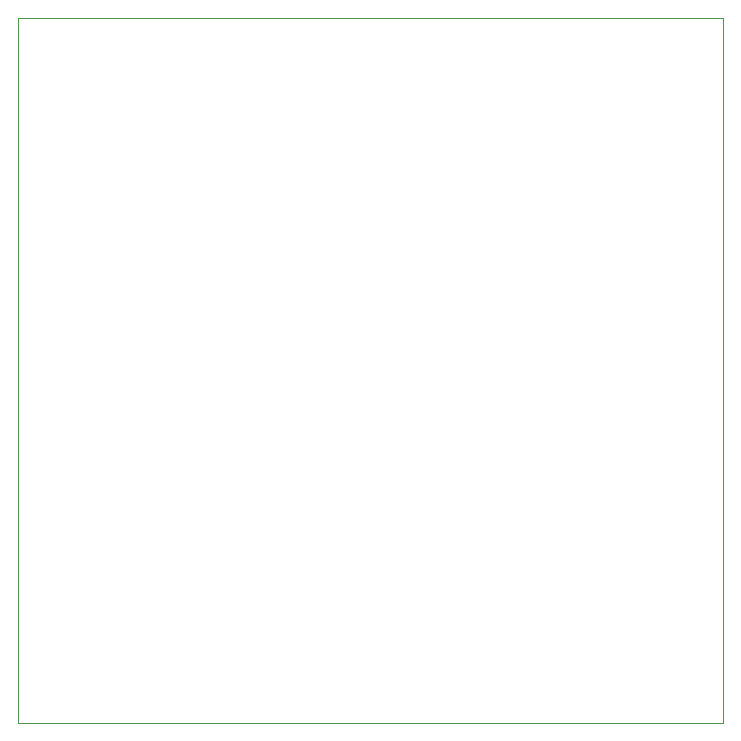
<source format=gbr>
%TF.GenerationSoftware,KiCad,Pcbnew,(5.1.8-0-10_14)*%
%TF.CreationDate,2021-01-04T21:42:45+01:00*%
%TF.ProjectId,led-matrix,6c65642d-6d61-4747-9269-782e6b696361,rev?*%
%TF.SameCoordinates,Original*%
%TF.FileFunction,Profile,NP*%
%FSLAX46Y46*%
G04 Gerber Fmt 4.6, Leading zero omitted, Abs format (unit mm)*
G04 Created by KiCad (PCBNEW (5.1.8-0-10_14)) date 2021-01-04 21:42:45*
%MOMM*%
%LPD*%
G01*
G04 APERTURE LIST*
%TA.AperFunction,Profile*%
%ADD10C,0.050000*%
%TD*%
G04 APERTURE END LIST*
D10*
X18415000Y-83185000D02*
X18415000Y-23495000D01*
X78105000Y-83185000D02*
X18415000Y-83185000D01*
X78105000Y-23495000D02*
X78105000Y-83185000D01*
X18415000Y-23495000D02*
X78105000Y-23495000D01*
M02*

</source>
